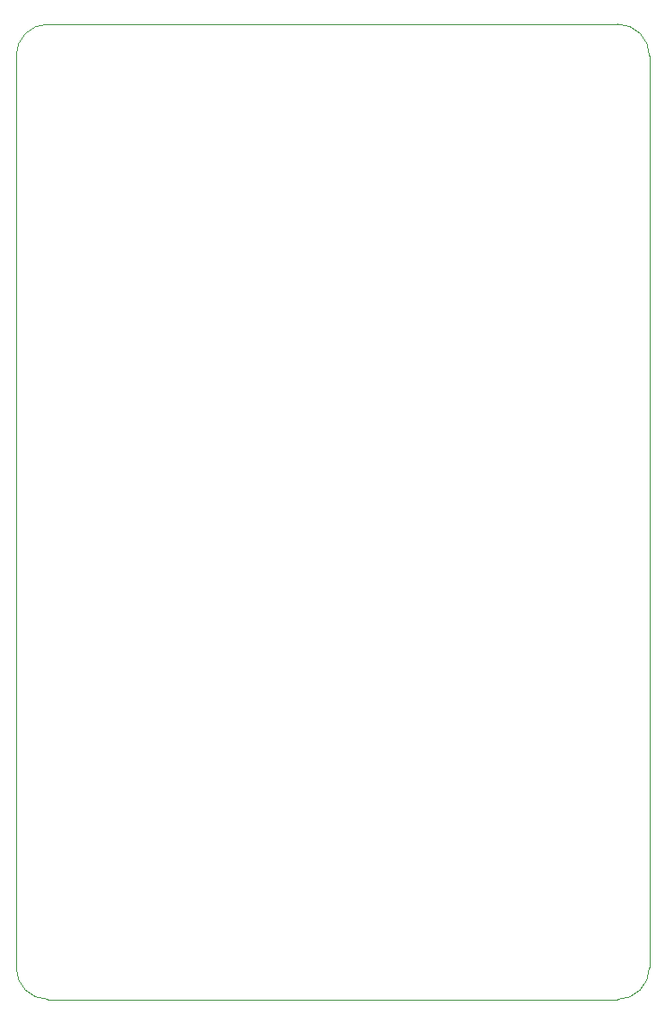
<source format=gm1>
G04 #@! TF.GenerationSoftware,KiCad,Pcbnew,9.0.3*
G04 #@! TF.CreationDate,2025-08-25T22:34:56-05:00*
G04 #@! TF.ProjectId,TestBoard_TPS27SA08-Q1,54657374-426f-4617-9264-5f5450533237,rev?*
G04 #@! TF.SameCoordinates,Original*
G04 #@! TF.FileFunction,Profile,NP*
%FSLAX46Y46*%
G04 Gerber Fmt 4.6, Leading zero omitted, Abs format (unit mm)*
G04 Created by KiCad (PCBNEW 9.0.3) date 2025-08-25 22:34:56*
%MOMM*%
%LPD*%
G01*
G04 APERTURE LIST*
G04 #@! TA.AperFunction,Profile*
%ADD10C,0.050000*%
G04 #@! TD*
G04 APERTURE END LIST*
D10*
X113250000Y-45750000D02*
X167000000Y-45750000D01*
X110250000Y-134750000D02*
X110250000Y-48750000D01*
X170000000Y-48750000D02*
X170000000Y-134750000D01*
X110250000Y-48750000D02*
G75*
G02*
X113250000Y-45750000I3000000J0D01*
G01*
X167000000Y-45750000D02*
G75*
G02*
X170000000Y-48750000I0J-3000000D01*
G01*
X113250000Y-137750000D02*
G75*
G02*
X110250000Y-134750000I0J3000000D01*
G01*
X170000000Y-134750000D02*
G75*
G02*
X167000000Y-137750000I-3000000J0D01*
G01*
X167000000Y-137750000D02*
X113250000Y-137750000D01*
M02*

</source>
